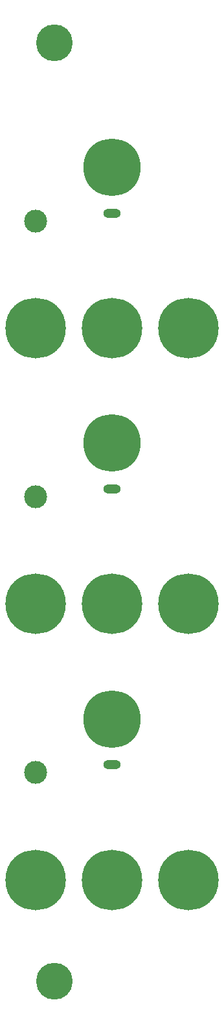
<source format=gbr>
G04 #@! TF.GenerationSoftware,KiCad,Pcbnew,5.1.10-88a1d61d58~88~ubuntu20.04.1*
G04 #@! TF.CreationDate,2021-04-30T11:23:36-07:00*
G04 #@! TF.ProjectId,vca_panel,7663615f-7061-46e6-956c-2e6b69636164,rev?*
G04 #@! TF.SameCoordinates,Original*
G04 #@! TF.FileFunction,Soldermask,Bot*
G04 #@! TF.FilePolarity,Negative*
%FSLAX46Y46*%
G04 Gerber Fmt 4.6, Leading zero omitted, Abs format (unit mm)*
G04 Created by KiCad (PCBNEW 5.1.10-88a1d61d58~88~ubuntu20.04.1) date 2021-04-30 11:23:36*
%MOMM*%
%LPD*%
G01*
G04 APERTURE LIST*
%ADD10O,2.300000X1.200000*%
%ADD11C,7.500000*%
%ADD12C,3.000000*%
%ADD13C,7.900000*%
%ADD14C,4.800000*%
G04 APERTURE END LIST*
D10*
X14000000Y58000000D03*
D11*
X14000000Y64000000D03*
D10*
X14000000Y94000000D03*
D11*
X14000000Y100000000D03*
D10*
X14000000Y22000000D03*
D11*
X14000000Y28000000D03*
D12*
X4000000Y21000000D03*
X4000000Y57000000D03*
X4000000Y93000000D03*
D13*
X24000000Y7000000D03*
X24000000Y43000000D03*
X14000000Y7000000D03*
X4000000Y7000000D03*
X14000000Y43000000D03*
X24000000Y79000000D03*
X4000000Y43000000D03*
X4000000Y79000000D03*
X14000000Y79000000D03*
D14*
X6500000Y116250000D03*
X6500000Y-6250000D03*
M02*

</source>
